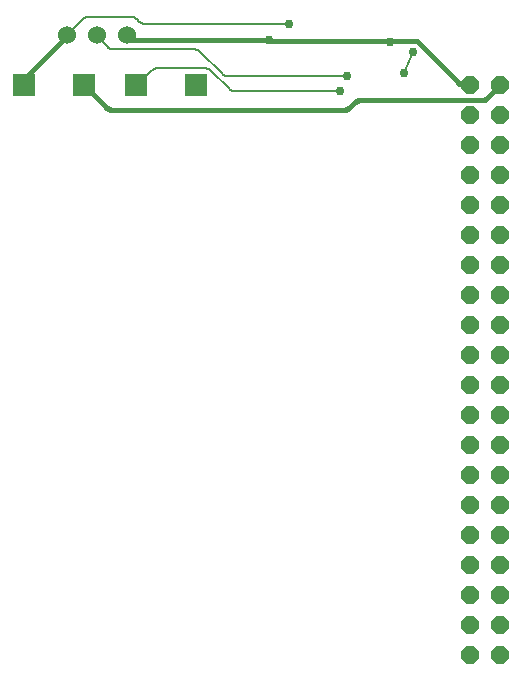
<source format=gbr>
G04 EAGLE Gerber RS-274X export*
G75*
%MOMM*%
%FSLAX34Y34*%
%LPD*%
%INBottom Copper*%
%IPPOS*%
%AMOC8*
5,1,8,0,0,1.08239X$1,22.5*%
G01*
%ADD10P,1.649562X8X292.500000*%
%ADD11R,1.905000X1.905000*%
%ADD12C,1.524000*%
%ADD13C,0.406400*%
%ADD14C,0.203200*%
%ADD15C,0.756400*%


D10*
X466725Y504825D03*
X492125Y504825D03*
X466725Y479425D03*
X492125Y479425D03*
X466725Y454025D03*
X492125Y454025D03*
X466725Y428625D03*
X492125Y428625D03*
X466725Y403225D03*
X492125Y403225D03*
X466725Y377825D03*
X492125Y377825D03*
X466725Y352425D03*
X492125Y352425D03*
X466725Y327025D03*
X492125Y327025D03*
X466725Y301625D03*
X492125Y301625D03*
X466725Y276225D03*
X492125Y276225D03*
X466725Y250825D03*
X492125Y250825D03*
X466725Y225425D03*
X492125Y225425D03*
X466725Y200025D03*
X492125Y200025D03*
X466725Y174625D03*
X492125Y174625D03*
X466725Y149225D03*
X492125Y149225D03*
X466725Y123825D03*
X492125Y123825D03*
X466725Y98425D03*
X492125Y98425D03*
X466725Y73025D03*
X492125Y73025D03*
X466725Y47625D03*
X492125Y47625D03*
X466725Y22225D03*
X492125Y22225D03*
D11*
X234950Y504825D03*
X184150Y504825D03*
X139700Y504825D03*
X88900Y504825D03*
D12*
X176213Y546894D03*
X150813Y546894D03*
X125413Y546894D03*
D13*
X491427Y504063D02*
X491490Y504063D01*
X476573Y491839D02*
X373439Y491839D01*
X476572Y491839D02*
X476728Y491841D01*
X476884Y491847D01*
X477039Y491856D01*
X477194Y491870D01*
X477349Y491887D01*
X477504Y491908D01*
X477658Y491932D01*
X477811Y491961D01*
X477963Y491993D01*
X478115Y492029D01*
X478266Y492069D01*
X478415Y492112D01*
X478564Y492159D01*
X478711Y492210D01*
X478857Y492264D01*
X479002Y492322D01*
X479145Y492384D01*
X479287Y492449D01*
X479427Y492517D01*
X479565Y492589D01*
X479702Y492664D01*
X479837Y492742D01*
X479969Y492824D01*
X480100Y492909D01*
X480228Y492997D01*
X480355Y493089D01*
X480479Y493183D01*
X480600Y493280D01*
X480720Y493381D01*
X480836Y493484D01*
X480951Y493590D01*
X481062Y493699D01*
X481063Y493699D02*
X491427Y504063D01*
X368948Y489979D02*
X364826Y485857D01*
X368949Y489979D02*
X369060Y490088D01*
X369175Y490194D01*
X369291Y490297D01*
X369411Y490398D01*
X369532Y490495D01*
X369656Y490589D01*
X369783Y490681D01*
X369911Y490769D01*
X370042Y490854D01*
X370174Y490936D01*
X370309Y491014D01*
X370446Y491089D01*
X370584Y491161D01*
X370724Y491229D01*
X370866Y491294D01*
X371009Y491356D01*
X371154Y491414D01*
X371300Y491468D01*
X371447Y491519D01*
X371596Y491566D01*
X371745Y491609D01*
X371896Y491649D01*
X372048Y491685D01*
X372200Y491717D01*
X372353Y491746D01*
X372507Y491770D01*
X372662Y491791D01*
X372817Y491808D01*
X372972Y491822D01*
X373127Y491831D01*
X373283Y491837D01*
X373439Y491839D01*
X360336Y483997D02*
X163285Y483997D01*
X360336Y483997D02*
X360492Y483999D01*
X360648Y484005D01*
X360803Y484014D01*
X360958Y484028D01*
X361113Y484045D01*
X361268Y484066D01*
X361422Y484090D01*
X361575Y484119D01*
X361727Y484151D01*
X361879Y484187D01*
X362030Y484227D01*
X362179Y484270D01*
X362328Y484317D01*
X362475Y484368D01*
X362621Y484422D01*
X362766Y484480D01*
X362909Y484542D01*
X363051Y484607D01*
X363191Y484675D01*
X363329Y484747D01*
X363466Y484822D01*
X363601Y484900D01*
X363733Y484982D01*
X363864Y485067D01*
X363992Y485155D01*
X364119Y485247D01*
X364243Y485341D01*
X364364Y485438D01*
X364484Y485539D01*
X364600Y485642D01*
X364715Y485748D01*
X364826Y485857D01*
X158795Y485857D02*
X140589Y504063D01*
X158795Y485857D02*
X158906Y485748D01*
X159021Y485642D01*
X159137Y485539D01*
X159257Y485438D01*
X159378Y485341D01*
X159502Y485247D01*
X159629Y485155D01*
X159757Y485067D01*
X159888Y484982D01*
X160020Y484900D01*
X160155Y484822D01*
X160292Y484747D01*
X160430Y484675D01*
X160570Y484607D01*
X160712Y484542D01*
X160855Y484480D01*
X161000Y484422D01*
X161146Y484368D01*
X161293Y484317D01*
X161442Y484270D01*
X161591Y484227D01*
X161742Y484187D01*
X161894Y484151D01*
X162046Y484119D01*
X162199Y484090D01*
X162353Y484066D01*
X162508Y484045D01*
X162663Y484028D01*
X162818Y484014D01*
X162973Y484005D01*
X163129Y483999D01*
X163285Y483997D01*
X491490Y504063D02*
X492125Y504825D01*
X140589Y504063D02*
X139700Y504825D01*
D14*
X186926Y558501D02*
X184835Y560591D01*
X186926Y558501D02*
X187037Y558392D01*
X187152Y558286D01*
X187268Y558183D01*
X187388Y558082D01*
X187509Y557985D01*
X187633Y557891D01*
X187760Y557799D01*
X187888Y557711D01*
X188019Y557626D01*
X188151Y557544D01*
X188286Y557466D01*
X188423Y557391D01*
X188561Y557319D01*
X188701Y557251D01*
X188843Y557186D01*
X188986Y557124D01*
X189131Y557066D01*
X189277Y557012D01*
X189424Y556961D01*
X189573Y556914D01*
X189722Y556871D01*
X189873Y556831D01*
X190025Y556795D01*
X190177Y556763D01*
X190330Y556734D01*
X190484Y556710D01*
X190639Y556689D01*
X190794Y556672D01*
X190949Y556658D01*
X191104Y556649D01*
X191260Y556643D01*
X191416Y556641D01*
X313277Y556641D01*
X180345Y562451D02*
X143315Y562451D01*
X180345Y562451D02*
X180501Y562449D01*
X180657Y562443D01*
X180812Y562434D01*
X180967Y562420D01*
X181122Y562403D01*
X181277Y562382D01*
X181431Y562358D01*
X181584Y562329D01*
X181736Y562297D01*
X181888Y562261D01*
X182039Y562221D01*
X182188Y562178D01*
X182337Y562131D01*
X182484Y562080D01*
X182630Y562026D01*
X182775Y561968D01*
X182918Y561906D01*
X183060Y561841D01*
X183200Y561773D01*
X183338Y561701D01*
X183475Y561626D01*
X183610Y561548D01*
X183742Y561466D01*
X183873Y561381D01*
X184001Y561293D01*
X184128Y561201D01*
X184252Y561107D01*
X184373Y561010D01*
X184493Y560909D01*
X184609Y560806D01*
X184724Y560700D01*
X184835Y560591D01*
X138824Y560591D02*
X125730Y547497D01*
X138825Y560591D02*
X138936Y560700D01*
X139051Y560806D01*
X139167Y560909D01*
X139287Y561010D01*
X139408Y561107D01*
X139532Y561201D01*
X139659Y561293D01*
X139787Y561381D01*
X139918Y561466D01*
X140050Y561548D01*
X140185Y561626D01*
X140322Y561701D01*
X140460Y561773D01*
X140600Y561841D01*
X140742Y561906D01*
X140885Y561968D01*
X141030Y562026D01*
X141176Y562080D01*
X141323Y562131D01*
X141472Y562178D01*
X141621Y562221D01*
X141772Y562261D01*
X141924Y562297D01*
X142076Y562329D01*
X142229Y562358D01*
X142383Y562382D01*
X142538Y562403D01*
X142693Y562420D01*
X142848Y562434D01*
X143003Y562443D01*
X143159Y562449D01*
X143315Y562451D01*
D13*
X125730Y547497D02*
X125413Y546894D01*
X89154Y509778D02*
X89154Y505206D01*
X89154Y509778D02*
X124587Y545211D01*
X89154Y505206D02*
X88900Y504825D01*
X124587Y545211D02*
X125413Y546894D01*
D15*
X313277Y556641D03*
D13*
X178734Y544785D02*
X177165Y546354D01*
X178734Y544785D02*
X178845Y544676D01*
X178960Y544570D01*
X179076Y544467D01*
X179196Y544366D01*
X179317Y544269D01*
X179441Y544175D01*
X179568Y544083D01*
X179696Y543995D01*
X179827Y543910D01*
X179959Y543828D01*
X180094Y543750D01*
X180231Y543675D01*
X180369Y543603D01*
X180509Y543535D01*
X180651Y543470D01*
X180794Y543408D01*
X180939Y543350D01*
X181085Y543296D01*
X181232Y543245D01*
X181381Y543198D01*
X181530Y543155D01*
X181681Y543115D01*
X181833Y543079D01*
X181985Y543047D01*
X182138Y543018D01*
X182292Y542994D01*
X182447Y542973D01*
X182602Y542956D01*
X182757Y542942D01*
X182912Y542933D01*
X183068Y542927D01*
X183224Y542925D01*
X296767Y542925D01*
X177165Y546354D02*
X176213Y546894D01*
X421767Y541782D02*
X456483Y507066D01*
X456594Y506957D01*
X456709Y506851D01*
X456825Y506748D01*
X456945Y506647D01*
X457066Y506550D01*
X457190Y506456D01*
X457317Y506364D01*
X457445Y506276D01*
X457576Y506191D01*
X457708Y506109D01*
X457843Y506031D01*
X457980Y505956D01*
X458118Y505884D01*
X458258Y505816D01*
X458400Y505751D01*
X458543Y505689D01*
X458688Y505631D01*
X458834Y505577D01*
X458981Y505526D01*
X459130Y505479D01*
X459279Y505436D01*
X459430Y505396D01*
X459582Y505360D01*
X459734Y505328D01*
X459887Y505299D01*
X460041Y505275D01*
X460196Y505254D01*
X460351Y505237D01*
X460506Y505223D01*
X460661Y505214D01*
X460817Y505208D01*
X460973Y505206D01*
X466344Y505206D01*
X398907Y541782D02*
X297910Y541782D01*
X398907Y541782D02*
X421767Y541782D01*
X466344Y505206D02*
X466725Y504825D01*
X297910Y541782D02*
X296767Y542925D01*
X398907Y541782D02*
X398907Y541433D01*
D15*
X296767Y542925D03*
X398907Y541433D03*
D14*
X263316Y501351D02*
X247605Y517062D01*
X263316Y501351D02*
X263427Y501242D01*
X263542Y501136D01*
X263658Y501033D01*
X263778Y500932D01*
X263899Y500835D01*
X264023Y500741D01*
X264150Y500649D01*
X264278Y500561D01*
X264409Y500476D01*
X264541Y500394D01*
X264676Y500316D01*
X264813Y500241D01*
X264951Y500169D01*
X265091Y500101D01*
X265233Y500036D01*
X265376Y499974D01*
X265521Y499916D01*
X265667Y499862D01*
X265814Y499811D01*
X265963Y499764D01*
X266112Y499721D01*
X266263Y499681D01*
X266415Y499645D01*
X266567Y499613D01*
X266720Y499584D01*
X266874Y499560D01*
X267029Y499539D01*
X267184Y499522D01*
X267339Y499508D01*
X267494Y499499D01*
X267650Y499493D01*
X267806Y499491D01*
X356362Y499491D01*
X243115Y518922D02*
X201512Y518922D01*
X243115Y518922D02*
X243271Y518920D01*
X243427Y518914D01*
X243582Y518905D01*
X243737Y518891D01*
X243892Y518874D01*
X244047Y518853D01*
X244201Y518829D01*
X244354Y518800D01*
X244506Y518768D01*
X244658Y518732D01*
X244809Y518692D01*
X244958Y518649D01*
X245107Y518602D01*
X245254Y518551D01*
X245400Y518497D01*
X245545Y518439D01*
X245688Y518377D01*
X245830Y518312D01*
X245970Y518244D01*
X246108Y518172D01*
X246245Y518097D01*
X246380Y518019D01*
X246512Y517937D01*
X246643Y517852D01*
X246771Y517764D01*
X246898Y517672D01*
X247022Y517578D01*
X247143Y517481D01*
X247263Y517380D01*
X247379Y517277D01*
X247494Y517171D01*
X247605Y517062D01*
X197022Y517062D02*
X185166Y505206D01*
X197022Y517062D02*
X197133Y517171D01*
X197248Y517277D01*
X197364Y517380D01*
X197484Y517481D01*
X197605Y517578D01*
X197729Y517672D01*
X197856Y517764D01*
X197984Y517852D01*
X198115Y517937D01*
X198247Y518019D01*
X198382Y518097D01*
X198519Y518172D01*
X198657Y518244D01*
X198797Y518312D01*
X198939Y518377D01*
X199082Y518439D01*
X199227Y518497D01*
X199373Y518551D01*
X199520Y518602D01*
X199669Y518649D01*
X199818Y518692D01*
X199969Y518732D01*
X200121Y518768D01*
X200273Y518800D01*
X200426Y518829D01*
X200580Y518853D01*
X200735Y518874D01*
X200890Y518891D01*
X201045Y518905D01*
X201200Y518914D01*
X201356Y518920D01*
X201512Y518922D01*
X185166Y505206D02*
X184150Y504825D01*
D15*
X356362Y499491D03*
D14*
X233971Y534924D02*
X164936Y534924D01*
X233971Y534924D02*
X234127Y534922D01*
X234283Y534916D01*
X234438Y534907D01*
X234593Y534893D01*
X234748Y534876D01*
X234903Y534855D01*
X235057Y534831D01*
X235210Y534802D01*
X235362Y534770D01*
X235514Y534734D01*
X235665Y534694D01*
X235814Y534651D01*
X235963Y534604D01*
X236110Y534553D01*
X236256Y534499D01*
X236401Y534441D01*
X236544Y534379D01*
X236686Y534314D01*
X236826Y534246D01*
X236964Y534174D01*
X237101Y534099D01*
X237236Y534021D01*
X237368Y533939D01*
X237499Y533854D01*
X237627Y533766D01*
X237754Y533674D01*
X237878Y533580D01*
X237999Y533483D01*
X238119Y533382D01*
X238235Y533279D01*
X238350Y533173D01*
X238461Y533064D01*
X257601Y513924D01*
X257712Y513815D01*
X257827Y513709D01*
X257943Y513606D01*
X258063Y513505D01*
X258184Y513408D01*
X258308Y513314D01*
X258435Y513222D01*
X258563Y513134D01*
X258694Y513049D01*
X258826Y512967D01*
X258961Y512889D01*
X259098Y512814D01*
X259236Y512742D01*
X259376Y512674D01*
X259518Y512609D01*
X259661Y512547D01*
X259806Y512489D01*
X259952Y512435D01*
X260099Y512384D01*
X260248Y512337D01*
X260397Y512294D01*
X260548Y512254D01*
X260700Y512218D01*
X260852Y512186D01*
X261005Y512157D01*
X261159Y512133D01*
X261314Y512112D01*
X261469Y512095D01*
X261624Y512081D01*
X261779Y512072D01*
X261935Y512066D01*
X262091Y512064D01*
X362522Y512064D01*
X160446Y536784D02*
X150876Y546354D01*
X160446Y536784D02*
X160557Y536675D01*
X160672Y536569D01*
X160788Y536466D01*
X160908Y536365D01*
X161029Y536268D01*
X161153Y536174D01*
X161280Y536082D01*
X161408Y535994D01*
X161539Y535909D01*
X161671Y535827D01*
X161806Y535749D01*
X161943Y535674D01*
X162081Y535602D01*
X162221Y535534D01*
X162363Y535469D01*
X162506Y535407D01*
X162651Y535349D01*
X162797Y535295D01*
X162944Y535244D01*
X163093Y535197D01*
X163242Y535154D01*
X163393Y535114D01*
X163545Y535078D01*
X163697Y535046D01*
X163850Y535017D01*
X164004Y534993D01*
X164159Y534972D01*
X164314Y534955D01*
X164469Y534941D01*
X164624Y534932D01*
X164780Y534926D01*
X164936Y534924D01*
X150876Y546354D02*
X150813Y546894D01*
D15*
X362522Y512064D03*
X418338Y532638D03*
X410845Y514985D03*
D14*
X418338Y532638D01*
M02*

</source>
